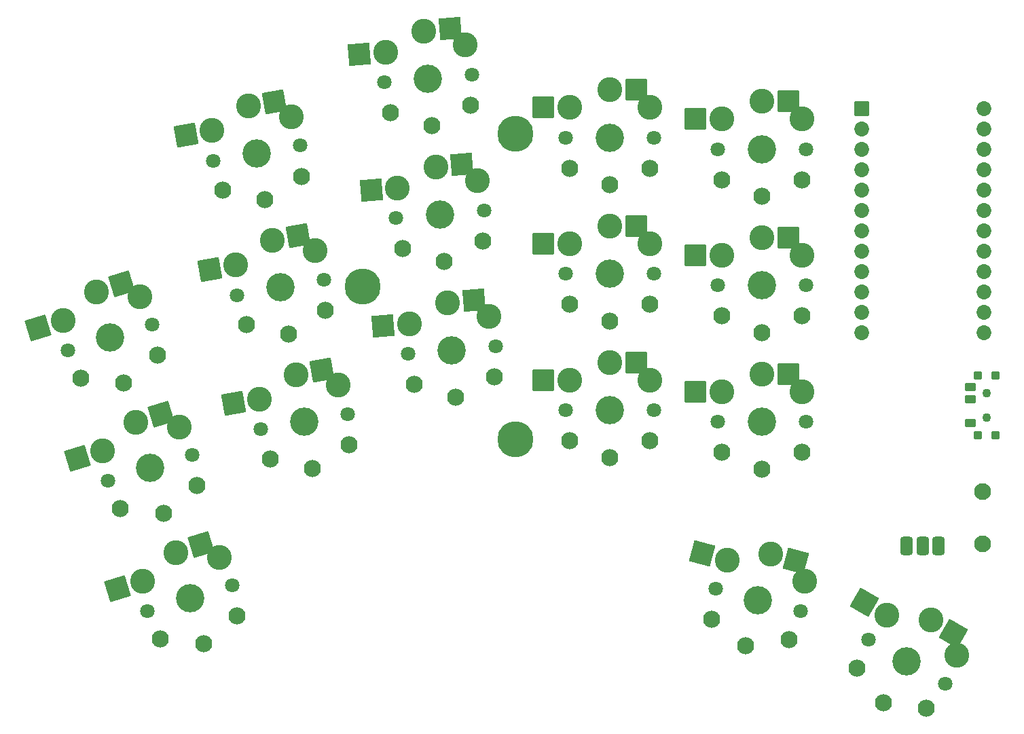
<source format=gts>
%TF.GenerationSoftware,KiCad,Pcbnew,(6.0.4)*%
%TF.CreationDate,2022-05-01T21:13:42+02:00*%
%TF.ProjectId,batta,62617474-612e-46b6-9963-61645f706362,v1.0.0*%
%TF.SameCoordinates,Original*%
%TF.FileFunction,Soldermask,Top*%
%TF.FilePolarity,Negative*%
%FSLAX46Y46*%
G04 Gerber Fmt 4.6, Leading zero omitted, Abs format (unit mm)*
G04 Created by KiCad (PCBNEW (6.0.4)) date 2022-05-01 21:13:42*
%MOMM*%
%LPD*%
G01*
G04 APERTURE LIST*
G04 Aperture macros list*
%AMRoundRect*
0 Rectangle with rounded corners*
0 $1 Rounding radius*
0 $2 $3 $4 $5 $6 $7 $8 $9 X,Y pos of 4 corners*
0 Add a 4 corners polygon primitive as box body*
4,1,4,$2,$3,$4,$5,$6,$7,$8,$9,$2,$3,0*
0 Add four circle primitives for the rounded corners*
1,1,$1+$1,$2,$3*
1,1,$1+$1,$4,$5*
1,1,$1+$1,$6,$7*
1,1,$1+$1,$8,$9*
0 Add four rect primitives between the rounded corners*
20,1,$1+$1,$2,$3,$4,$5,0*
20,1,$1+$1,$4,$5,$6,$7,0*
20,1,$1+$1,$6,$7,$8,$9,0*
20,1,$1+$1,$8,$9,$2,$3,0*%
G04 Aperture macros list end*
%ADD10C,1.852600*%
%ADD11RoundRect,0.050000X-0.876300X0.876300X-0.876300X-0.876300X0.876300X-0.876300X0.876300X0.876300X0*%
%ADD12RoundRect,0.050000X-0.450000X0.450000X-0.450000X-0.450000X0.450000X-0.450000X0.450000X0.450000X0*%
%ADD13RoundRect,0.050000X-0.625000X0.450000X-0.625000X-0.450000X0.625000X-0.450000X0.625000X0.450000X0*%
%ADD14RoundRect,0.425000X-0.375000X-0.750000X0.375000X-0.750000X0.375000X0.750000X-0.375000X0.750000X0*%
%ADD15C,2.100000*%
%ADD16C,3.100000*%
%ADD17C,1.801800*%
%ADD18C,3.529000*%
%ADD19RoundRect,0.050000X-1.054507X-1.505993X1.505993X-1.054507X1.054507X1.505993X-1.505993X1.054507X0*%
%ADD20C,2.132000*%
%ADD21RoundRect,0.050000X-1.181751X-1.408356X1.408356X-1.181751X1.181751X1.408356X-1.408356X1.181751X0*%
%ADD22RoundRect,0.050000X-1.300000X-1.300000X1.300000X-1.300000X1.300000X1.300000X-1.300000X1.300000X0*%
%ADD23RoundRect,0.050000X-1.775833X-0.475833X0.475833X-1.775833X1.775833X0.475833X-0.475833X1.775833X0*%
%ADD24C,1.100000*%
%ADD25RoundRect,0.050000X-0.863113X-1.623279X1.623279X-0.863113X0.863113X1.623279X-1.623279X0.863113X0*%
%ADD26C,4.500000*%
%ADD27RoundRect,0.050000X-1.592168X-0.919239X0.919239X-1.592168X1.592168X0.919239X-0.919239X1.592168X0*%
G04 APERTURE END LIST*
D10*
%TO.C,MCU1*%
X162031087Y82346483D03*
X162031087Y84886483D03*
X162031087Y87426483D03*
X162031087Y89966483D03*
X162031087Y92506483D03*
X162031087Y95046483D03*
X162031087Y97586483D03*
X162031087Y100126483D03*
X162031087Y102666483D03*
X162031087Y105206483D03*
X162031087Y107746483D03*
X162031087Y110286483D03*
X146791087Y82346483D03*
X146791087Y84886483D03*
X146791087Y87426483D03*
X146791087Y89966483D03*
X146791087Y92506483D03*
X146791087Y95046483D03*
X146791087Y97586483D03*
X146791087Y100126483D03*
X146791087Y102666483D03*
X146791087Y105206483D03*
X146791087Y107746483D03*
D11*
X146791087Y110286483D03*
%TD*%
D12*
%TO.C,T1*%
X161311087Y69616483D03*
X163511087Y77016483D03*
X163511087Y69616483D03*
X161311087Y77016483D03*
D13*
X160336087Y71066483D03*
X160336087Y74066483D03*
X160336087Y75566483D03*
%TD*%
D14*
%TO.C,PAD1*%
X152411087Y55816483D03*
X156411087Y55816483D03*
X154411087Y55816483D03*
%TD*%
D15*
%TO.C,B1*%
X161911087Y56066483D03*
X161911087Y62566483D03*
%TD*%
D16*
%TO.C,S11*%
X75659968Y109306337D03*
X70353903Y110604673D03*
X70353903Y110604673D03*
D17*
X65970667Y103790002D03*
D16*
X65811891Y107569855D03*
D18*
X71387110Y104745067D03*
D17*
X76803553Y105700132D03*
D19*
X73579149Y111173371D03*
X62586645Y107001157D03*
%TD*%
D17*
%TO.C,S34*%
X157191785Y38610213D03*
D18*
X152428645Y41360213D03*
D17*
X147665505Y44110213D03*
D20*
X146198518Y40569316D03*
X154858772Y35569316D03*
X149478645Y36250663D03*
X149478645Y36250663D03*
%TD*%
D18*
%TO.C,S15*%
X94221643Y97114167D03*
D17*
X99700714Y97593524D03*
D16*
X98875782Y101285676D03*
X93703066Y103041525D03*
X93703066Y103041525D03*
X88913835Y100414118D03*
D17*
X88742572Y96634810D03*
D21*
X96965604Y103326961D03*
X85651298Y100128683D03*
%TD*%
D16*
%TO.C,S21*%
X115411087Y95636017D03*
D17*
X109911087Y89686017D03*
D16*
X115411087Y95636017D03*
X120411087Y93436017D03*
D17*
X120911087Y89686017D03*
D16*
X110411087Y93436017D03*
D18*
X115411087Y89686017D03*
D22*
X118686087Y95636017D03*
X107136087Y93436017D03*
%TD*%
D17*
%TO.C,S8*%
X71874705Y70306538D03*
X82707591Y72216668D03*
D18*
X77291148Y71261603D03*
D20*
X73026972Y66651093D03*
X82875050Y68387574D03*
X78315672Y65451237D03*
X78315672Y65451237D03*
%TD*%
D18*
%TO.C,S14*%
X95703291Y80178857D03*
D17*
X101182362Y80658214D03*
X90224220Y79699500D03*
D20*
X91053509Y75957538D03*
X101015456Y76829096D03*
X96217510Y74301308D03*
X96217510Y74301308D03*
%TD*%
D18*
%TO.C,S20*%
X115411087Y72686017D03*
D17*
X109911087Y72686017D03*
X120911087Y72686017D03*
D20*
X120411087Y68886017D03*
X110411087Y68886017D03*
X115411087Y66786017D03*
X115411087Y66786017D03*
%TD*%
D17*
%TO.C,S28*%
X128877759Y88246289D03*
X139877759Y88246289D03*
D18*
X134377759Y88246289D03*
D20*
X129377759Y84446289D03*
X139377759Y84446289D03*
X134377759Y82346289D03*
X134377759Y82346289D03*
%TD*%
D18*
%TO.C,S26*%
X134377759Y71246289D03*
D17*
X128877759Y71246289D03*
X139877759Y71246289D03*
D20*
X129377759Y67446289D03*
X139377759Y67446289D03*
X134377759Y65346289D03*
X134377759Y65346289D03*
%TD*%
D16*
%TO.C,S29*%
X134377759Y111196289D03*
X134377759Y111196289D03*
D17*
X139877759Y105246289D03*
D18*
X134377759Y105246289D03*
D16*
X139377759Y108996289D03*
X129377759Y108996289D03*
D17*
X128877759Y105246289D03*
D22*
X137652759Y111196289D03*
X126102759Y108996289D03*
%TD*%
D18*
%TO.C,S33*%
X152428645Y41360213D03*
D16*
X155403645Y46513064D03*
X149973518Y47107808D03*
D17*
X147665505Y44110213D03*
D16*
X155403645Y46513064D03*
X158633772Y42107808D03*
D17*
X157191785Y38610213D03*
D23*
X158239878Y44875564D03*
X147137285Y48745308D03*
%TD*%
D16*
%TO.C,S7*%
X71715929Y74086391D03*
X81564006Y75822873D03*
X76257941Y77121209D03*
D17*
X71874705Y70306538D03*
D16*
X76257941Y77121209D03*
D17*
X82707591Y72216668D03*
D18*
X77291148Y71261603D03*
D19*
X79483187Y77689907D03*
X68490683Y73517693D03*
%TD*%
D17*
%TO.C,S2*%
X57770005Y47649137D03*
D18*
X63029681Y49257181D03*
D17*
X68289357Y50865225D03*
D20*
X59359170Y44161364D03*
X68922217Y47085081D03*
X64754674Y43614983D03*
X64754674Y43614983D03*
%TD*%
D24*
%TO.C,T2*%
X162411087Y74816483D03*
X162411087Y71816483D03*
%TD*%
D17*
%TO.C,S1*%
X68289357Y50865225D03*
D16*
X66714811Y54305182D03*
X61290069Y54947194D03*
X61290069Y54947194D03*
D18*
X63029681Y49257181D03*
D16*
X57151763Y51381465D03*
D17*
X57770005Y47649137D03*
D25*
X64421967Y55904712D03*
X54019865Y50423948D03*
%TD*%
D18*
%TO.C,S5*%
X53089043Y81771543D03*
D17*
X58348719Y83379587D03*
D16*
X51349431Y87461556D03*
X51349431Y87461556D03*
D17*
X47829367Y80163499D03*
D16*
X47211125Y83895827D03*
X56774173Y86819544D03*
D25*
X54481329Y88419074D03*
X44079227Y82938310D03*
%TD*%
D16*
%TO.C,S27*%
X129377759Y91996289D03*
D17*
X139877759Y88246289D03*
D18*
X134377759Y88246289D03*
D16*
X139377759Y91996289D03*
X134377759Y94196289D03*
X134377759Y94196289D03*
D17*
X128877759Y88246289D03*
D22*
X137652759Y94196289D03*
X126102759Y91996289D03*
%TD*%
D16*
%TO.C,S9*%
X68763910Y90828123D03*
D18*
X74339129Y88003335D03*
D16*
X73305922Y93862941D03*
X78611987Y92564605D03*
D17*
X68922686Y87048270D03*
D16*
X73305922Y93862941D03*
D17*
X79755572Y88958400D03*
D19*
X76531168Y94431639D03*
X65538664Y90259425D03*
%TD*%
D17*
%TO.C,S16*%
X99700714Y97593524D03*
D18*
X94221643Y97114167D03*
D17*
X88742572Y96634810D03*
D20*
X99533808Y93764406D03*
X89571861Y92892848D03*
X94735862Y91236618D03*
X94735862Y91236618D03*
%TD*%
D17*
%TO.C,S30*%
X139877759Y105246289D03*
X128877759Y105246289D03*
D18*
X134377759Y105246289D03*
D20*
X139377759Y101446289D03*
X129377759Y101446289D03*
X134377759Y99346289D03*
X134377759Y99346289D03*
%TD*%
D17*
%TO.C,S13*%
X90224220Y79699500D03*
X101182362Y80658214D03*
D18*
X95703291Y80178857D03*
D16*
X95184714Y86106215D03*
X100357430Y84350366D03*
X95184714Y86106215D03*
X90395483Y83478808D03*
D21*
X98447252Y86391651D03*
X87132946Y83193373D03*
%TD*%
D17*
%TO.C,S24*%
X109911087Y106686017D03*
X120911087Y106686017D03*
D18*
X115411087Y106686017D03*
D20*
X110411087Y102886017D03*
X120411087Y102886017D03*
X115411087Y100786017D03*
X115411087Y100786017D03*
%TD*%
D17*
%TO.C,S17*%
X87260925Y113570120D03*
D18*
X92739996Y114049477D03*
D17*
X98219067Y114528834D03*
D16*
X87432188Y117349428D03*
X97394135Y118220986D03*
X92221419Y119976835D03*
X92221419Y119976835D03*
D21*
X95483957Y120262271D03*
X84169651Y117063993D03*
%TD*%
D17*
%TO.C,S4*%
X52799686Y63906318D03*
X63319038Y67122406D03*
D18*
X58059362Y65514362D03*
D20*
X54388851Y60418545D03*
X63951898Y63342262D03*
X59784355Y59872164D03*
X59784355Y59872164D03*
%TD*%
D17*
%TO.C,S10*%
X79755572Y88958400D03*
X68922686Y87048270D03*
D18*
X74339129Y88003335D03*
D20*
X70074953Y83392825D03*
X79923031Y85129306D03*
X75363653Y82192969D03*
X75363653Y82192969D03*
%TD*%
D26*
%TO.C,REF\u002A\u002A*%
X84582000Y88138000D03*
X103632000Y107188000D03*
X103632000Y69088000D03*
%TD*%
D17*
%TO.C,S22*%
X109911087Y89686017D03*
X120911087Y89686017D03*
D18*
X115411087Y89686017D03*
D20*
X110411087Y85886017D03*
X120411087Y85886017D03*
X115411087Y83786017D03*
X115411087Y83786017D03*
%TD*%
D18*
%TO.C,S31*%
X133891046Y49038738D03*
D17*
X128578454Y50462243D03*
D16*
X135431019Y54785997D03*
X139691247Y51366865D03*
X135431019Y54785997D03*
X130031988Y53955055D03*
D17*
X139203638Y47615233D03*
D27*
X138594426Y53938364D03*
X126868581Y54802687D03*
%TD*%
D17*
%TO.C,S3*%
X52799686Y63906318D03*
D16*
X52181444Y67638646D03*
D18*
X58059362Y65514362D03*
D16*
X61744492Y70562363D03*
X56319750Y71204375D03*
X56319750Y71204375D03*
D17*
X63319038Y67122406D03*
D25*
X59451648Y72161893D03*
X49049546Y66681129D03*
%TD*%
D17*
%TO.C,S32*%
X139203638Y47615233D03*
D18*
X133891046Y49038738D03*
D17*
X128578454Y50462243D03*
D20*
X137737163Y44074125D03*
X128077904Y46662315D03*
X132364014Y43339776D03*
X132364014Y43339776D03*
%TD*%
D18*
%TO.C,S12*%
X71387110Y104745067D03*
D17*
X65970667Y103790002D03*
X76803553Y105700132D03*
D20*
X76971012Y101871038D03*
X67122934Y100134557D03*
X72411634Y98934701D03*
X72411634Y98934701D03*
%TD*%
D18*
%TO.C,S23*%
X115411087Y106686017D03*
D17*
X120911087Y106686017D03*
D16*
X115411087Y112636017D03*
X115411087Y112636017D03*
X110411087Y110436017D03*
X120411087Y110436017D03*
D17*
X109911087Y106686017D03*
D22*
X118686087Y112636017D03*
X107136087Y110436017D03*
%TD*%
D16*
%TO.C,S25*%
X134377759Y77196289D03*
D18*
X134377759Y71246289D03*
D16*
X129377759Y74996289D03*
D17*
X139877759Y71246289D03*
D16*
X134377759Y77196289D03*
X139377759Y74996289D03*
D17*
X128877759Y71246289D03*
D22*
X137652759Y77196289D03*
X126102759Y74996289D03*
%TD*%
D17*
%TO.C,S6*%
X47829367Y80163499D03*
X58348719Y83379587D03*
D18*
X53089043Y81771543D03*
D20*
X49418532Y76675726D03*
X58981579Y79599443D03*
X54814036Y76129345D03*
X54814036Y76129345D03*
%TD*%
D18*
%TO.C,S19*%
X115411087Y72686017D03*
D16*
X115411087Y78636017D03*
X110411087Y76436017D03*
D17*
X120911087Y72686017D03*
X109911087Y72686017D03*
D16*
X120411087Y76436017D03*
X115411087Y78636017D03*
D22*
X118686087Y78636017D03*
X107136087Y76436017D03*
%TD*%
D17*
%TO.C,S18*%
X98219067Y114528834D03*
D18*
X92739996Y114049477D03*
D17*
X87260925Y113570120D03*
D20*
X88090214Y109828158D03*
X98052161Y110699716D03*
X93254215Y108171928D03*
X93254215Y108171928D03*
%TD*%
M02*

</source>
